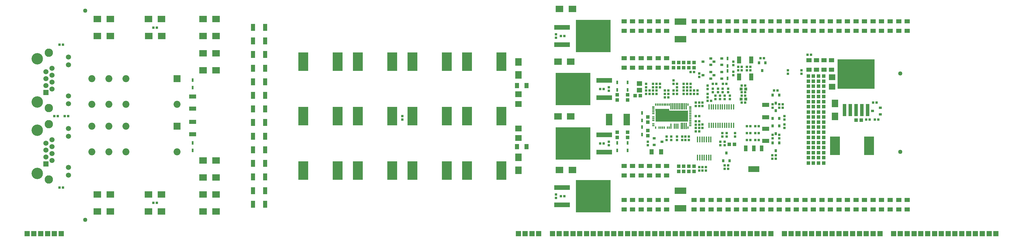
<source format=gts>
G04*
G04 #@! TF.GenerationSoftware,Altium Limited,Altium Designer,18.1.7 (191)*
G04*
G04 Layer_Color=8388736*
%FSLAX44Y44*%
%MOMM*%
G71*
G01*
G75*
%ADD47R,0.7016X0.7016*%
%ADD48R,0.7016X0.7016*%
%ADD49R,0.6516X0.9016*%
%ADD50R,0.5516X1.1016*%
%ADD51R,2.1016X1.2016*%
%ADD52R,1.3016X1.6016*%
%ADD53R,0.9016X0.9016*%
%ADD54R,1.0816X1.0316*%
%ADD55R,0.4016X1.7516*%
%ADD56R,0.9016X0.6516*%
%ADD57R,10.2616X9.6016*%
%ADD58R,4.6016X1.3516*%
%ADD59R,1.6016X1.4016*%
%ADD60R,1.2016X2.1016*%
%ADD61R,1.0016X1.8016*%
%ADD62R,3.3016X1.8016*%
%ADD63R,1.0316X1.0816*%
%ADD64R,0.3516X0.8016*%
%ADD65R,0.3516X1.9016*%
%ADD66R,0.8016X0.3516*%
%ADD67R,0.3516X1.6016*%
%ADD68R,9.4816X3.2516*%
%ADD69R,1.9016X3.5016*%
%ADD70R,3.0016X5.5016*%
%ADD71R,1.9016X2.3016*%
%ADD72R,1.6016X1.3016*%
%ADD73R,10.8400X8.7400*%
%ADD74R,1.1400X3.5400*%
%ADD75R,1.9016X1.7016*%
%ADD76R,0.4016X1.5516*%
%ADD77R,2.3016X1.9016*%
%ADD78R,3.5016X1.9016*%
%ADD79R,1.6016X1.6016*%
%ADD80R,2.0516X2.0516*%
%ADD81C,2.0516*%
%ADD82C,1.2536*%
%ADD83R,0.1016X0.1016*%
%ADD84C,1.4996*%
%ADD85C,2.4566*%
%ADD86C,3.3516*%
%ADD87R,1.4996X1.4996*%
G36*
X2032015Y1280400D02*
Y1286388D01*
X2072150D01*
Y1280400D01*
X2032015D01*
D02*
G37*
D47*
X2410000Y1254920D02*
D03*
Y1265080D02*
D03*
Y1240080D02*
D03*
Y1229920D02*
D03*
X2405000Y1289920D02*
D03*
Y1300080D02*
D03*
X2375000D02*
D03*
Y1289920D02*
D03*
X2395000Y1300080D02*
D03*
Y1289920D02*
D03*
X2375000Y1199920D02*
D03*
Y1210080D02*
D03*
X2395000D02*
D03*
Y1199920D02*
D03*
X2170000Y1240080D02*
D03*
Y1229920D02*
D03*
Y1305080D02*
D03*
Y1294920D02*
D03*
X2160000Y1115080D02*
D03*
Y1104920D02*
D03*
X2170000Y1115080D02*
D03*
Y1104920D02*
D03*
X2180000Y1115080D02*
D03*
Y1104920D02*
D03*
X2010000Y1179920D02*
D03*
Y1190080D02*
D03*
X2085000Y1359920D02*
D03*
Y1370080D02*
D03*
X2095000Y1360080D02*
D03*
Y1349920D02*
D03*
X2145000Y1340080D02*
D03*
Y1329920D02*
D03*
X2135000D02*
D03*
Y1340080D02*
D03*
X2185000Y1319920D02*
D03*
Y1330080D02*
D03*
X2160000Y1390080D02*
D03*
Y1379920D02*
D03*
X2185000Y1344920D02*
D03*
Y1355080D02*
D03*
X2065000Y1205080D02*
D03*
Y1194920D02*
D03*
X2095000Y1329920D02*
D03*
Y1340080D02*
D03*
X2078000Y1205080D02*
D03*
Y1194920D02*
D03*
X2095000Y1205080D02*
D03*
Y1194920D02*
D03*
X2125000Y1329920D02*
D03*
Y1340080D02*
D03*
X2115000D02*
D03*
Y1329920D02*
D03*
X2110000Y1194920D02*
D03*
Y1205080D02*
D03*
X2005000Y1340080D02*
D03*
Y1329920D02*
D03*
X2025000Y1360080D02*
D03*
Y1349920D02*
D03*
X2035000Y1340080D02*
D03*
Y1329920D02*
D03*
X2025000Y1340080D02*
D03*
Y1329920D02*
D03*
X2005000Y1360080D02*
D03*
Y1349920D02*
D03*
X2135000Y1360080D02*
D03*
Y1349920D02*
D03*
X2125000Y1360080D02*
D03*
Y1349920D02*
D03*
X2115000Y1360080D02*
D03*
Y1349920D02*
D03*
X2015000Y1340080D02*
D03*
Y1329920D02*
D03*
X2120000Y1194920D02*
D03*
Y1205080D02*
D03*
X2035000Y1349920D02*
D03*
Y1360080D02*
D03*
X2045000Y1349920D02*
D03*
Y1360080D02*
D03*
X2155000Y1340080D02*
D03*
Y1329920D02*
D03*
X2085000D02*
D03*
Y1340080D02*
D03*
X2130000Y1205080D02*
D03*
Y1194920D02*
D03*
X2060000Y1329920D02*
D03*
Y1340080D02*
D03*
X2070000Y1329920D02*
D03*
Y1340080D02*
D03*
X2245000Y1334920D02*
D03*
Y1345080D02*
D03*
X2460000Y1400080D02*
D03*
Y1389920D02*
D03*
X2200000Y1334920D02*
D03*
Y1345080D02*
D03*
X2208000Y1314920D02*
D03*
Y1325080D02*
D03*
X2250000Y1314920D02*
D03*
Y1325080D02*
D03*
X2235000D02*
D03*
Y1314920D02*
D03*
X2229000Y1345080D02*
D03*
Y1334920D02*
D03*
X1290000Y1254920D02*
D03*
Y1265080D02*
D03*
X2420000Y1389920D02*
D03*
Y1400080D02*
D03*
X2222000Y1179920D02*
D03*
Y1190080D02*
D03*
X2228000Y1204920D02*
D03*
Y1215080D02*
D03*
X2235000Y1179920D02*
D03*
Y1190080D02*
D03*
X2241000Y1204920D02*
D03*
Y1215080D02*
D03*
X2265000Y1204920D02*
D03*
Y1215080D02*
D03*
X1740000Y1035080D02*
D03*
Y1024920D02*
D03*
Y1494920D02*
D03*
Y1505080D02*
D03*
X1895000Y1350080D02*
D03*
Y1339920D02*
D03*
Y1179920D02*
D03*
Y1190080D02*
D03*
X2260000Y1384920D02*
D03*
Y1395080D02*
D03*
Y1414920D02*
D03*
Y1425080D02*
D03*
X2215000Y1345080D02*
D03*
Y1334920D02*
D03*
X2221500Y1325080D02*
D03*
Y1314920D02*
D03*
D48*
X2374920Y1140000D02*
D03*
X2385080D02*
D03*
X2477840Y1445000D02*
D03*
X2488000D02*
D03*
X2234840Y1110000D02*
D03*
X2245000D02*
D03*
X2245160Y1120000D02*
D03*
X2235000D02*
D03*
X2379920Y1340000D02*
D03*
X2390080D02*
D03*
X2374920Y1150000D02*
D03*
X2385080D02*
D03*
X2295080Y1325000D02*
D03*
X2284920D02*
D03*
X2295080Y1305000D02*
D03*
X2284920D02*
D03*
X2295080Y1355000D02*
D03*
X2284920D02*
D03*
X2295080Y1335000D02*
D03*
X2284920D02*
D03*
X2160080Y1230000D02*
D03*
X2149920D02*
D03*
Y1295000D02*
D03*
X2160080D02*
D03*
Y1305000D02*
D03*
X2149920D02*
D03*
X2145080Y1395000D02*
D03*
X2134920D02*
D03*
X2324920Y1235000D02*
D03*
X2335080D02*
D03*
X2310080D02*
D03*
X2299920D02*
D03*
X2310080Y1215000D02*
D03*
X2299920D02*
D03*
X2310080Y1195000D02*
D03*
X2299920D02*
D03*
X2324920Y1215000D02*
D03*
X2335080D02*
D03*
X2324920Y1195000D02*
D03*
X2335080D02*
D03*
X2199920Y1360000D02*
D03*
X2210080D02*
D03*
X2240080D02*
D03*
X2229920D02*
D03*
X2339920Y1435000D02*
D03*
X2350080D02*
D03*
X2184920Y1310000D02*
D03*
X2195080D02*
D03*
X2160080Y1240000D02*
D03*
X2149920D02*
D03*
X2160080Y1220000D02*
D03*
X2149920D02*
D03*
Y1265000D02*
D03*
X2160080D02*
D03*
Y1250000D02*
D03*
X2149920D02*
D03*
X2059920Y1320000D02*
D03*
X2070080D02*
D03*
X570080Y1010000D02*
D03*
X559920D02*
D03*
X2649920Y1255000D02*
D03*
X2660080D02*
D03*
X2669920Y1305000D02*
D03*
X2680080D02*
D03*
X2674920Y1255000D02*
D03*
X2685080D02*
D03*
X559920Y1525000D02*
D03*
X570080D02*
D03*
X1765080Y1500000D02*
D03*
X1754920D02*
D03*
X1880080Y1345000D02*
D03*
X1869920D02*
D03*
X1880080Y1185000D02*
D03*
X1869920D02*
D03*
X1765080Y1030000D02*
D03*
X1754920D02*
D03*
X2274920Y1410000D02*
D03*
X2285080D02*
D03*
X284920Y1475000D02*
D03*
X295080D02*
D03*
X280080Y1265000D02*
D03*
X269920D02*
D03*
X284920Y1055000D02*
D03*
X295080D02*
D03*
X300000Y1265000D02*
D03*
X310160D02*
D03*
X2310000Y1400000D02*
D03*
X2299840D02*
D03*
X2285080D02*
D03*
X2274920D02*
D03*
X2310080Y1410000D02*
D03*
X2299920D02*
D03*
D49*
X2230500Y1133500D02*
D03*
X2249500D02*
D03*
X2240000Y1156500D02*
D03*
X2394500Y1326500D02*
D03*
X2375500D02*
D03*
X2385000Y1303500D02*
D03*
X2394500Y1186500D02*
D03*
X2375500D02*
D03*
X2385000Y1163500D02*
D03*
X2375500Y1258500D02*
D03*
X2394500D02*
D03*
X2385000Y1281500D02*
D03*
X2394500Y1236500D02*
D03*
X2375500D02*
D03*
X2385000Y1213500D02*
D03*
X2345000Y1398500D02*
D03*
X2335500Y1421500D02*
D03*
X2354500D02*
D03*
D50*
X1950000Y1186000D02*
D03*
Y1164000D02*
D03*
X675000Y1371000D02*
D03*
Y1349000D02*
D03*
X1993000Y1211000D02*
D03*
Y1233000D02*
D03*
Y1252000D02*
D03*
Y1274000D02*
D03*
X675000Y1164000D02*
D03*
Y1186000D02*
D03*
X1950000Y1364000D02*
D03*
Y1342000D02*
D03*
X1920000Y1364000D02*
D03*
Y1342000D02*
D03*
X1920000Y1164000D02*
D03*
Y1186000D02*
D03*
X2243000Y1376000D02*
D03*
Y1398000D02*
D03*
Y1434000D02*
D03*
Y1412000D02*
D03*
D51*
X675000Y1248000D02*
D03*
Y1212000D02*
D03*
Y1287000D02*
D03*
Y1323000D02*
D03*
X2355000Y1262000D02*
D03*
Y1298000D02*
D03*
Y1192000D02*
D03*
Y1228000D02*
D03*
D52*
X2048954Y1160000D02*
D03*
X2021046D02*
D03*
X1626046Y1175000D02*
D03*
X1653954D02*
D03*
X1626046Y1355000D02*
D03*
X1653954D02*
D03*
D53*
X2283000Y1315000D02*
D03*
X2297000D02*
D03*
X2283000Y1345000D02*
D03*
X2297000D02*
D03*
D54*
X2145000Y1102300D02*
D03*
Y1117700D02*
D03*
X2085000Y1422700D02*
D03*
Y1407300D02*
D03*
X2115000Y1102300D02*
D03*
Y1117700D02*
D03*
X2145000Y1407300D02*
D03*
Y1422700D02*
D03*
X1950000Y1327700D02*
D03*
Y1312300D02*
D03*
X1920000Y1312300D02*
D03*
Y1327700D02*
D03*
X1950000Y1217700D02*
D03*
Y1202300D02*
D03*
X1920000Y1202300D02*
D03*
Y1217700D02*
D03*
X2480000Y1172700D02*
D03*
Y1157300D02*
D03*
X2525000Y1142700D02*
D03*
Y1127300D02*
D03*
X2510000D02*
D03*
Y1142700D02*
D03*
X2495000Y1127300D02*
D03*
Y1142700D02*
D03*
X2480000D02*
D03*
Y1127300D02*
D03*
X2525000Y1157300D02*
D03*
Y1172700D02*
D03*
X2510000Y1157300D02*
D03*
Y1172700D02*
D03*
X2495000Y1157300D02*
D03*
Y1172700D02*
D03*
X2525000Y1202700D02*
D03*
Y1187300D02*
D03*
X2510000D02*
D03*
Y1202700D02*
D03*
X2495000Y1187300D02*
D03*
Y1202700D02*
D03*
X2480000Y1187300D02*
D03*
Y1202700D02*
D03*
X2525000Y1232700D02*
D03*
Y1217300D02*
D03*
X2510000Y1232700D02*
D03*
Y1217300D02*
D03*
X2495000Y1232700D02*
D03*
Y1217300D02*
D03*
X2480000Y1232700D02*
D03*
Y1217300D02*
D03*
X2525000Y1247300D02*
D03*
Y1262700D02*
D03*
X2510000Y1247300D02*
D03*
Y1262700D02*
D03*
X2495000D02*
D03*
Y1247300D02*
D03*
X2480000Y1262700D02*
D03*
Y1247300D02*
D03*
X2525000Y1277300D02*
D03*
Y1292700D02*
D03*
X2510000Y1277300D02*
D03*
Y1292700D02*
D03*
X2495000Y1277300D02*
D03*
Y1292700D02*
D03*
X2480000Y1277300D02*
D03*
Y1292700D02*
D03*
X2525000Y1307300D02*
D03*
Y1322700D02*
D03*
X2510000Y1307300D02*
D03*
Y1322700D02*
D03*
X2495000Y1307300D02*
D03*
Y1322700D02*
D03*
X2480000Y1307300D02*
D03*
Y1322700D02*
D03*
X2525000Y1352700D02*
D03*
Y1337300D02*
D03*
X2510000Y1352700D02*
D03*
Y1337300D02*
D03*
X2495000D02*
D03*
Y1352700D02*
D03*
X2480000Y1337300D02*
D03*
Y1352700D02*
D03*
X2525000Y1382700D02*
D03*
Y1367300D02*
D03*
X2510000Y1382700D02*
D03*
Y1367300D02*
D03*
X2495000Y1382700D02*
D03*
Y1367300D02*
D03*
X2480000Y1382700D02*
D03*
Y1367300D02*
D03*
X2010000Y1247300D02*
D03*
Y1262700D02*
D03*
Y1222700D02*
D03*
Y1207300D02*
D03*
X2130000Y1407300D02*
D03*
Y1422700D02*
D03*
X2130000Y1117700D02*
D03*
Y1102300D02*
D03*
X2115000Y1422700D02*
D03*
Y1407300D02*
D03*
X2100000Y1422700D02*
D03*
Y1407300D02*
D03*
X2100000Y1102300D02*
D03*
Y1117700D02*
D03*
D55*
X2155500Y1143250D02*
D03*
X2162000D02*
D03*
X2168500D02*
D03*
X2175000D02*
D03*
X2181500D02*
D03*
X2188000D02*
D03*
X2194500D02*
D03*
X2155500Y1196750D02*
D03*
X2162000D02*
D03*
X2168500D02*
D03*
X2175000D02*
D03*
X2181500D02*
D03*
X2188000D02*
D03*
X2194500D02*
D03*
D56*
X2028500Y1199500D02*
D03*
Y1180500D02*
D03*
X2051500Y1190000D02*
D03*
X2171500Y1385000D02*
D03*
X2194500Y1394500D02*
D03*
Y1375500D02*
D03*
X2668500Y1280000D02*
D03*
X2691500Y1289500D02*
D03*
Y1270500D02*
D03*
X2226500Y1415500D02*
D03*
Y1434500D02*
D03*
X2203500Y1425000D02*
D03*
Y1385000D02*
D03*
X2226500Y1394500D02*
D03*
Y1375500D02*
D03*
X2171500Y1425000D02*
D03*
X2194500Y1434500D02*
D03*
Y1415500D02*
D03*
D57*
X1850000Y1030000D02*
D03*
X1790000Y1185000D02*
D03*
Y1345000D02*
D03*
X1850000Y1500000D02*
D03*
D58*
X1758560Y1055400D02*
D03*
Y1004600D02*
D03*
X1881440Y1159600D02*
D03*
Y1210400D02*
D03*
Y1319600D02*
D03*
Y1370400D02*
D03*
X1758560Y1525400D02*
D03*
Y1474600D02*
D03*
D59*
X1985000Y1360500D02*
D03*
Y1341500D02*
D03*
D60*
X888000Y1006000D02*
D03*
X852000D02*
D03*
Y1046000D02*
D03*
X888000D02*
D03*
Y1086000D02*
D03*
X852000D02*
D03*
X852000Y1126000D02*
D03*
X888000D02*
D03*
X888000Y1166000D02*
D03*
X852000D02*
D03*
Y1206000D02*
D03*
X888000D02*
D03*
Y1246000D02*
D03*
X852000D02*
D03*
Y1286000D02*
D03*
X888000D02*
D03*
Y1326000D02*
D03*
X852000D02*
D03*
Y1366000D02*
D03*
X888000D02*
D03*
X888000Y1406000D02*
D03*
X852000D02*
D03*
X852000Y1446000D02*
D03*
X888000D02*
D03*
X888000Y1486000D02*
D03*
X852000D02*
D03*
Y1526000D02*
D03*
X888000D02*
D03*
X2277000Y1430000D02*
D03*
X2313000D02*
D03*
X2277000Y1380000D02*
D03*
X2313000D02*
D03*
D61*
X2343000Y1170500D02*
D03*
X2320000D02*
D03*
X2297000D02*
D03*
D62*
X2320000Y1109500D02*
D03*
D63*
X1972300Y1325000D02*
D03*
X1987700D02*
D03*
X2620300Y1253000D02*
D03*
X2635700D02*
D03*
X2248300Y1182000D02*
D03*
X2263700D02*
D03*
D64*
X2127500Y1299000D02*
D03*
X2072500D02*
D03*
X2067500D02*
D03*
X2062500D02*
D03*
X2057500D02*
D03*
X2052500D02*
D03*
X2047500D02*
D03*
X2042500D02*
D03*
X2037500D02*
D03*
X2032500D02*
D03*
Y1231000D02*
D03*
X2042500D02*
D03*
X2047500D02*
D03*
X2052500D02*
D03*
X2057500D02*
D03*
X2067500D02*
D03*
X2072500D02*
D03*
X2127500D02*
D03*
D65*
X2122500Y1293500D02*
D03*
X2117500D02*
D03*
X2112500D02*
D03*
X2107500D02*
D03*
X2102500D02*
D03*
X2097500D02*
D03*
X2092500D02*
D03*
X2087500D02*
D03*
X2082500D02*
D03*
X2077500D02*
D03*
X2107500Y1236500D02*
D03*
X2112500D02*
D03*
X2117500D02*
D03*
X2122500D02*
D03*
D66*
X2026000Y1292500D02*
D03*
Y1287500D02*
D03*
Y1282500D02*
D03*
Y1277500D02*
D03*
Y1272500D02*
D03*
Y1262500D02*
D03*
Y1257500D02*
D03*
Y1252500D02*
D03*
Y1242500D02*
D03*
Y1237500D02*
D03*
X2134000D02*
D03*
Y1242500D02*
D03*
Y1247500D02*
D03*
Y1252500D02*
D03*
Y1257500D02*
D03*
Y1262500D02*
D03*
Y1267500D02*
D03*
Y1272500D02*
D03*
Y1277500D02*
D03*
Y1282500D02*
D03*
Y1287500D02*
D03*
Y1292500D02*
D03*
D67*
X2077500Y1235000D02*
D03*
X2087500D02*
D03*
X2092500D02*
D03*
X2097500D02*
D03*
D68*
X2080000Y1265000D02*
D03*
D69*
X1896000Y1255000D02*
D03*
X1948000D02*
D03*
D70*
X2658000Y1178000D02*
D03*
X2558000D02*
D03*
X1480000Y1425000D02*
D03*
X1580000D02*
D03*
Y1265000D02*
D03*
X1480000D02*
D03*
X1580000Y1105000D02*
D03*
X1480000D02*
D03*
X1320000Y1425000D02*
D03*
X1420000D02*
D03*
X1320000Y1265000D02*
D03*
X1420000D02*
D03*
X1320000Y1105000D02*
D03*
X1420000D02*
D03*
X1160000Y1425000D02*
D03*
X1260000D02*
D03*
X1160000Y1265000D02*
D03*
X1260000D02*
D03*
X1160000Y1105000D02*
D03*
X1260000D02*
D03*
X1100000Y1425000D02*
D03*
X1000000D02*
D03*
X1100000Y1265000D02*
D03*
X1000000D02*
D03*
X1100000Y1105000D02*
D03*
X1000000D02*
D03*
D71*
X2558000Y1302000D02*
D03*
Y1264000D02*
D03*
X1630000Y1424000D02*
D03*
Y1386000D02*
D03*
Y1106000D02*
D03*
Y1144000D02*
D03*
D72*
X2504000Y1401046D02*
D03*
Y1428954D02*
D03*
X2526000Y1401046D02*
D03*
Y1428954D02*
D03*
X2548000Y1401046D02*
D03*
Y1428954D02*
D03*
X2482000Y1401046D02*
D03*
Y1428954D02*
D03*
X2770000Y1516046D02*
D03*
Y1543954D02*
D03*
X2745000Y1516046D02*
D03*
Y1543954D02*
D03*
X2720000Y1516046D02*
D03*
Y1543954D02*
D03*
X2695000Y1516046D02*
D03*
Y1543954D02*
D03*
X2670000Y1516046D02*
D03*
Y1543954D02*
D03*
X2645000Y1516046D02*
D03*
Y1543954D02*
D03*
X2770000Y1018954D02*
D03*
Y991046D02*
D03*
X2745000Y1018954D02*
D03*
Y991046D02*
D03*
X2720000Y1018954D02*
D03*
Y991046D02*
D03*
X2695000Y1018954D02*
D03*
Y991046D02*
D03*
X2670000Y1018954D02*
D03*
Y991046D02*
D03*
X2645000Y1018954D02*
D03*
Y991046D02*
D03*
X2040000Y1516046D02*
D03*
Y1543954D02*
D03*
X2620000Y1018954D02*
D03*
Y991046D02*
D03*
X2595000Y1018954D02*
D03*
Y991046D02*
D03*
X2570000Y1018954D02*
D03*
Y991046D02*
D03*
X2545000Y1018954D02*
D03*
Y991046D02*
D03*
X2520000Y1018954D02*
D03*
Y991046D02*
D03*
X2495000Y1018954D02*
D03*
Y991046D02*
D03*
X2620000Y1516046D02*
D03*
Y1543954D02*
D03*
X2595000Y1516046D02*
D03*
Y1543954D02*
D03*
X2570000Y1516046D02*
D03*
Y1543954D02*
D03*
X2545000Y1516046D02*
D03*
Y1543954D02*
D03*
X2520000Y1516046D02*
D03*
Y1543954D02*
D03*
X2495000Y1516046D02*
D03*
Y1543954D02*
D03*
X2470000Y1018954D02*
D03*
Y991046D02*
D03*
X2445000Y1018954D02*
D03*
Y991046D02*
D03*
X2420000Y1018954D02*
D03*
Y991046D02*
D03*
X2395000Y1018954D02*
D03*
Y991046D02*
D03*
X2370000Y1018954D02*
D03*
Y991046D02*
D03*
X2345000Y1018954D02*
D03*
Y991046D02*
D03*
X2320000Y1018954D02*
D03*
Y991046D02*
D03*
X2295000Y1018954D02*
D03*
Y991046D02*
D03*
X2270000Y1018954D02*
D03*
Y991046D02*
D03*
X2245000Y1018954D02*
D03*
Y991046D02*
D03*
X2220000Y1018954D02*
D03*
Y991046D02*
D03*
X2195000Y1018954D02*
D03*
Y991046D02*
D03*
X2470000Y1516046D02*
D03*
Y1543954D02*
D03*
X2445000Y1516046D02*
D03*
Y1543954D02*
D03*
X2420000Y1516046D02*
D03*
Y1543954D02*
D03*
X2395000Y1516046D02*
D03*
Y1543954D02*
D03*
X2370000Y1516046D02*
D03*
Y1543954D02*
D03*
X2345000Y1516046D02*
D03*
Y1543954D02*
D03*
X2320000Y1516046D02*
D03*
Y1543954D02*
D03*
X2295000Y1516046D02*
D03*
Y1543954D02*
D03*
X2270000Y1516046D02*
D03*
Y1543954D02*
D03*
X2245000Y1516046D02*
D03*
Y1543954D02*
D03*
X2220000Y1516046D02*
D03*
Y1543954D02*
D03*
X2195000Y1516046D02*
D03*
Y1543954D02*
D03*
X2064966Y990998D02*
D03*
Y1018906D02*
D03*
X1940034Y1435002D02*
D03*
Y1407094D02*
D03*
X1965000Y1434954D02*
D03*
Y1407046D02*
D03*
X1990000Y1434954D02*
D03*
Y1407046D02*
D03*
X2015000Y1434954D02*
D03*
Y1407046D02*
D03*
X2040000Y1434954D02*
D03*
Y1407046D02*
D03*
X2065000Y1434954D02*
D03*
Y1407046D02*
D03*
X1940000Y1543954D02*
D03*
Y1516046D02*
D03*
X1965000Y1543954D02*
D03*
Y1516046D02*
D03*
X1990000Y1543954D02*
D03*
Y1516046D02*
D03*
X2039966Y990998D02*
D03*
Y1018906D02*
D03*
X2014966Y990998D02*
D03*
Y1018906D02*
D03*
X1989966Y990998D02*
D03*
Y1018906D02*
D03*
X1964967Y990998D02*
D03*
Y1018906D02*
D03*
X1940000Y991046D02*
D03*
Y1018954D02*
D03*
X2065000Y1091046D02*
D03*
Y1118954D02*
D03*
X2039967Y1090998D02*
D03*
Y1118906D02*
D03*
X2146000Y1543954D02*
D03*
Y1516046D02*
D03*
X1989967Y1090998D02*
D03*
Y1118906D02*
D03*
X2145000Y991046D02*
D03*
Y1018954D02*
D03*
X2170000Y991046D02*
D03*
Y1018954D02*
D03*
X2065000Y1543954D02*
D03*
Y1516046D02*
D03*
X2015000Y1543954D02*
D03*
Y1516046D02*
D03*
X2014967Y1090998D02*
D03*
Y1118906D02*
D03*
X1964968Y1090998D02*
D03*
Y1118906D02*
D03*
X1939968Y1090998D02*
D03*
Y1118906D02*
D03*
X2170000Y1543954D02*
D03*
Y1516046D02*
D03*
D73*
X2620000Y1389000D02*
D03*
D74*
X2586000Y1283000D02*
D03*
X2620000D02*
D03*
X2603000D02*
D03*
X2654000D02*
D03*
X2637000D02*
D03*
D75*
X2550000Y1351000D02*
D03*
Y1379000D02*
D03*
X1630000Y1301000D02*
D03*
Y1329000D02*
D03*
Y1229000D02*
D03*
Y1201000D02*
D03*
D76*
X2215250Y1292500D02*
D03*
X2221750D02*
D03*
X2228250D02*
D03*
X2234750D02*
D03*
X2241250D02*
D03*
X2247750D02*
D03*
X2260750D02*
D03*
X2254250D02*
D03*
X2254200Y1238000D02*
D03*
X2260700D02*
D03*
X2247700D02*
D03*
X2241200D02*
D03*
X2234700D02*
D03*
X2228200D02*
D03*
X2221700D02*
D03*
X2215200D02*
D03*
X2208700D02*
D03*
X2202200D02*
D03*
X2195700D02*
D03*
X2189200D02*
D03*
X2189250Y1292500D02*
D03*
X2195750D02*
D03*
X2202250D02*
D03*
X2208750D02*
D03*
D77*
X1789000Y1107000D02*
D03*
X1751000D02*
D03*
X1789000Y1580000D02*
D03*
X1751000D02*
D03*
X1746000Y1264000D02*
D03*
X1784000D02*
D03*
X1746000Y1425000D02*
D03*
X1784000D02*
D03*
X396000Y1035000D02*
D03*
X434000D02*
D03*
X584000Y1035000D02*
D03*
X546000D02*
D03*
X584000Y985000D02*
D03*
X546000D02*
D03*
X396000D02*
D03*
X434000D02*
D03*
X396000Y1550000D02*
D03*
X434000D02*
D03*
X396000Y1500000D02*
D03*
X434000D02*
D03*
X585000Y1500000D02*
D03*
X547000D02*
D03*
X584000Y1550000D02*
D03*
X546000D02*
D03*
X744000Y1135000D02*
D03*
X706000D02*
D03*
X744000Y1085000D02*
D03*
X706000D02*
D03*
X744000Y1035000D02*
D03*
X706000D02*
D03*
X744000Y985000D02*
D03*
X706000D02*
D03*
X744000Y1550000D02*
D03*
X706000D02*
D03*
X744000Y1500000D02*
D03*
X706000D02*
D03*
X744000Y1450000D02*
D03*
X706000D02*
D03*
X744000Y1400000D02*
D03*
X706000D02*
D03*
D78*
X2105000Y1491000D02*
D03*
Y1543000D02*
D03*
Y1046000D02*
D03*
Y994000D02*
D03*
D79*
X2970000Y920000D02*
D03*
X2950000D02*
D03*
X3030000D02*
D03*
X2890000Y920000D02*
D03*
X2850000Y920000D02*
D03*
X2870000Y920000D02*
D03*
X2410000Y920000D02*
D03*
X2430000D02*
D03*
X2930000D02*
D03*
X2910000D02*
D03*
X1730000D02*
D03*
X1750000D02*
D03*
X1770000D02*
D03*
X1790000D02*
D03*
X1810000D02*
D03*
X1830000D02*
D03*
X1850000D02*
D03*
X2110000D02*
D03*
X2070000D02*
D03*
X2050000D02*
D03*
X2030000D02*
D03*
X2010000D02*
D03*
X1990000D02*
D03*
X1970000D02*
D03*
X1950000D02*
D03*
X1930000D02*
D03*
X1910000D02*
D03*
X1890000D02*
D03*
X1870000D02*
D03*
X2090000D02*
D03*
X2150000D02*
D03*
X2830000D02*
D03*
X2990000D02*
D03*
X3010000D02*
D03*
X2810000D02*
D03*
X2790000D02*
D03*
X2770000D02*
D03*
X2730000D02*
D03*
X2750000D02*
D03*
X2690000D02*
D03*
X2670000D02*
D03*
X2650000D02*
D03*
X2630000D02*
D03*
X2610000D02*
D03*
X2590000D02*
D03*
X2570000D02*
D03*
X2550000D02*
D03*
X2530000D02*
D03*
X2510000D02*
D03*
X2490000D02*
D03*
X2470000D02*
D03*
X2450000D02*
D03*
X2370000D02*
D03*
X2350000D02*
D03*
X2330000D02*
D03*
X2310000D02*
D03*
X2290000D02*
D03*
X2270000D02*
D03*
X2250000D02*
D03*
X2230000D02*
D03*
X2210000D02*
D03*
X2190000D02*
D03*
X2170000D02*
D03*
X2130000D02*
D03*
X1690000D02*
D03*
X1670000D02*
D03*
X1650000D02*
D03*
X1630000D02*
D03*
X290000D02*
D03*
X270000D02*
D03*
X250000D02*
D03*
X230000D02*
D03*
X210000D02*
D03*
X190000D02*
D03*
D80*
X630000Y1235000D02*
D03*
Y1375000D02*
D03*
D81*
Y1160000D02*
D03*
X430000D02*
D03*
X480000D02*
D03*
X380000D02*
D03*
Y1235000D02*
D03*
X480000D02*
D03*
X430000D02*
D03*
X630000Y1300000D02*
D03*
X430000D02*
D03*
X480000D02*
D03*
X380000D02*
D03*
Y1375000D02*
D03*
X480000D02*
D03*
X430000D02*
D03*
D82*
X2750000Y1160000D02*
D03*
Y1390000D02*
D03*
X360000Y960000D02*
D03*
Y1575000D02*
D03*
D83*
X2710000Y920000D02*
D03*
X1710000D02*
D03*
X2390000D02*
D03*
D84*
X311100Y1114300D02*
D03*
Y1091400D02*
D03*
Y1205700D02*
D03*
Y1228600D02*
D03*
X262800Y1195600D02*
D03*
X245000Y1185400D02*
D03*
X262800Y1175200D02*
D03*
X245000Y1165000D02*
D03*
X262800Y1154800D02*
D03*
X245000Y1144600D02*
D03*
X262800Y1134400D02*
D03*
X311100Y1324300D02*
D03*
Y1301400D02*
D03*
Y1415700D02*
D03*
Y1438600D02*
D03*
X262800Y1405600D02*
D03*
X245000Y1395400D02*
D03*
X262800Y1385200D02*
D03*
X245000Y1375000D02*
D03*
X262800Y1364800D02*
D03*
X245000Y1354600D02*
D03*
X262800Y1344400D02*
D03*
D85*
X253900Y1078700D02*
D03*
Y1241300D02*
D03*
Y1288700D02*
D03*
Y1451300D02*
D03*
D86*
X219600Y1096500D02*
D03*
Y1223500D02*
D03*
Y1306500D02*
D03*
Y1433500D02*
D03*
D87*
X245000Y1124200D02*
D03*
Y1334200D02*
D03*
M02*

</source>
